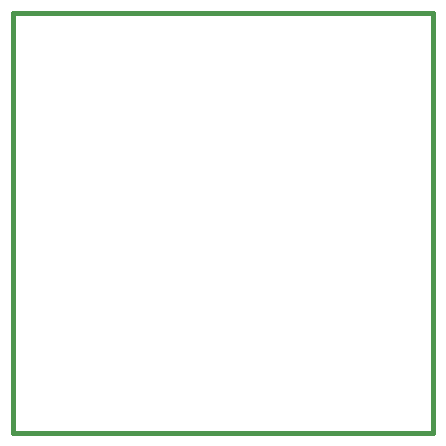
<source format=gko>
%FSLAX33Y33*%
%MOMM*%
%ADD10C,0.381*%
D10*
%LNpath-0*%
G01*
X0Y0D02*
X35560Y0D01*
X35560Y35560*
X0Y35560*
X0Y0*
%LNmechanical details_traces*%
M02*
</source>
